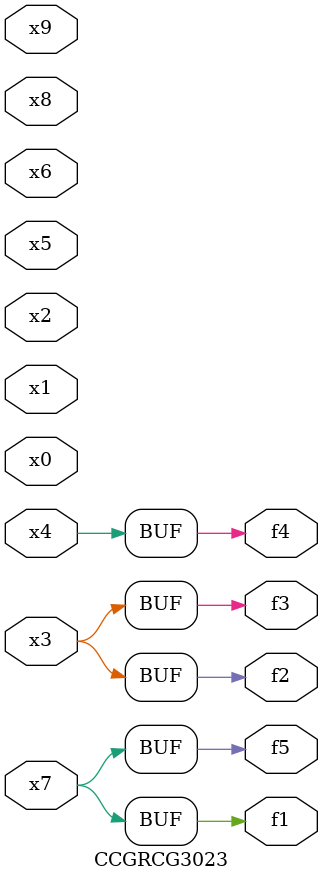
<source format=v>
module CCGRCG3023(
	input x0, x1, x2, x3, x4, x5, x6, x7, x8, x9,
	output f1, f2, f3, f4, f5
);
	assign f1 = x7;
	assign f2 = x3;
	assign f3 = x3;
	assign f4 = x4;
	assign f5 = x7;
endmodule

</source>
